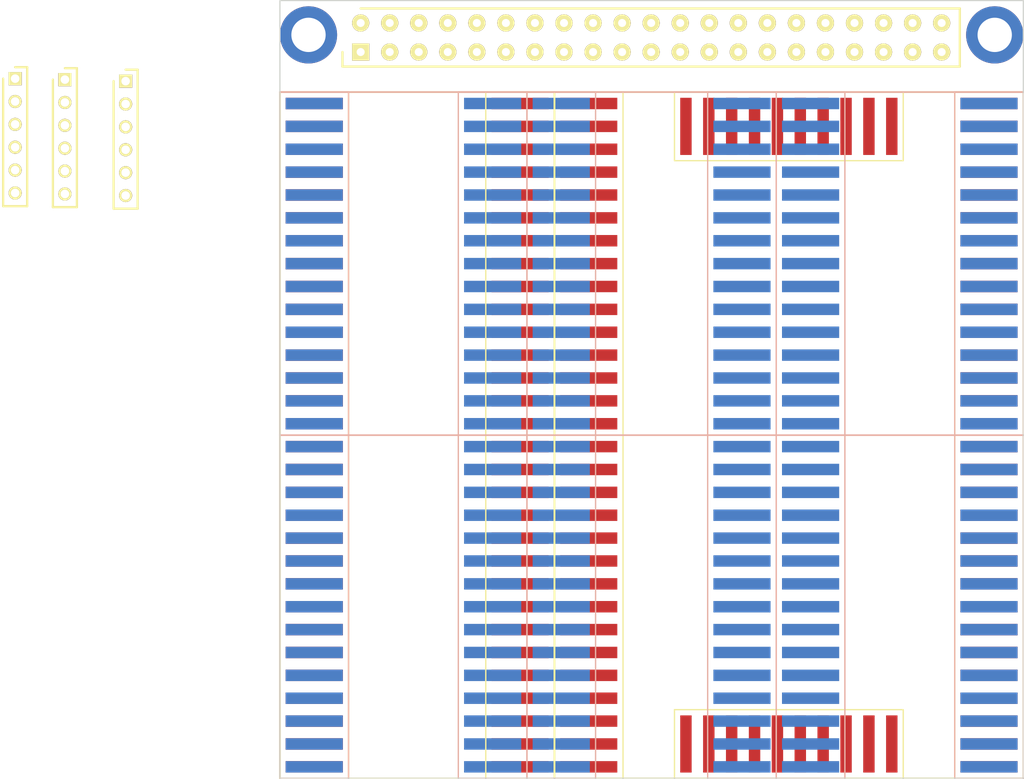
<source format=kicad_pcb>
(kicad_pcb (version 20211014) (generator pcbnew)
  (layers (0 "F.Cu" power) (1 "In1.Cu" signal) (2 "In2.Cu" signal) (31 "B.Cu" signal) (34 "B.Paste" user) (35 "F.Paste" user) (36 "B.SilkS" user "B.Silkscreen") (37 "F.SilkS" user "F.Silkscreen") (38 "B.Mask" user) (39 "F.Mask" user) (44 "Edge.Cuts" user))
  (net 0 "")
  (footprint "USIB2:MB_30P_2mm" (layer "F.Cu") (at 121 138 -90)
    (fp_text reference "J13" hide)
    (fp_text value "MB_30P_2mm" hide)
    (fp_rect (start -30 -3) (end 30 3) (layer "F.SilkS") (width 0.12) (fill none))
    (pad "1" smd rect locked (at -29 0 270) (size 1 5) (layers "F.Cu" "F.Paste" "F.Mask"))
    (pad "2" smd rect locked (at -27 0 270) (size 1 5) (layers "F.Cu" "F.Paste" "F.Mask"))
    (pad "3" smd rect locked (at -25 0 270) (size 1 5) (layers "F.Cu" "F.Paste" "F.Mask"))
    (pad "4" smd rect locked (at -23 0 270) (size 1 5) (layers "F.Cu" "F.Paste" "F.Mask"))
    (pad "5" smd rect locked (at -21 0 270) (size 1 5) (layers "F.Cu" "F.Paste" "F.Mask"))
    (pad "6" smd rect locked (at -19 0 270) (size 1 5) (layers "F.Cu" "F.Paste" "F.Mask"))
    (pad "7" smd rect locked (at -17 0 270) (size 1 5) (layers "F.Cu" "F.Paste" "F.Mask"))
    (pad "8" smd rect locked (at -15 0 270) (size 1 5) (layers "F.Cu" "F.Paste" "F.Mask"))
    (pad "9" smd rect locked (at -13 0 270) (size 1 5) (layers "F.Cu" "F.Paste" "F.Mask"))
    (pad "10" smd rect locked (at -11 0 270) (size 1 5) (layers "F.Cu" "F.Paste" "F.Mask"))
    (pad "11" smd rect locked (at -9 0 270) (size 1 5) (layers "F.Cu" "F.Paste" "F.Mask"))
    (pad "12" smd rect locked (at -7 0 270) (size 1 5) (layers "F.Cu" "F.Paste" "F.Mask"))
    (pad "13" smd rect locked (at -5 0 270) (size 1 5) (layers "F.Cu" "F.Paste" "F.Mask"))
    (pad "14" smd rect locked (at -3 0 270) (size 1 5) (layers "F.Cu" "F.Paste" "F.Mask"))
    (pad "15" smd rect locked (at -1 0 270) (size 1 5) (layers "F.Cu" "F.Paste" "F.Mask"))
    (pad "16" smd rect locked (at 1 0 270) (size 1 5) (layers "F.Cu" "F.Paste" "F.Mask"))
    (pad "17" smd rect locked (at 3 0 270) (size 1 5) (layers "F.Cu" "F.Paste" "F.Mask"))
    (pad "18" smd rect locked (at 5 0 270) (size 1 5) (layers "F.Cu" "F.Paste" "F.Mask"))
    (pad "19" smd rect locked (at 7 0 270) (size 1 5) (layers "F.Cu" "F.Paste" "F.Mask"))
    (pad "20" smd rect locked (at 9 0 270) (size 1 5) (layers "F.Cu" "F.Paste" "F.Mask"))
    (pad "21" smd rect locked (at 11 0 270) (size 1 5) (layers "F.Cu" "F.Paste" "F.Mask"))
    (pad "22" smd rect locked (at 13 0 270) (size 1 5) (layers "F.Cu" "F.Paste" "F.Mask"))
    (pad "23" smd rect locked (at 15 0 270) (size 1 5) (layers "F.Cu" "F.Paste" "F.Mask"))
    (pad "24" smd rect locked (at 17 0 270) (size 1 5) (layers "F.Cu" "F.Paste" "F.Mask"))
    (pad "25" smd rect locked (at 19 0 270) (size 1 5) (layers "F.Cu" "F.Paste" "F.Mask"))
    (pad "26" smd rect locked (at 21 0 270) (size 1 5) (layers "F.Cu" "F.Paste" "F.Mask"))
    (pad "27" smd rect locked (at 23 0 270) (size 1 5) (layers "F.Cu" "F.Paste" "F.Mask"))
    (pad "28" smd rect locked (at 25 0 270) (size 1 5) (layers "F.Cu" "F.Paste" "F.Mask"))
    (pad "29" smd rect locked (at 27 0 270) (size 1 5) (layers "F.Cu" "F.Paste" "F.Mask"))
    (pad "30" smd rect locked (at 29 0 270) (size 1 5) (layers "F.Cu" "F.Paste" "F.Mask"))
  )
  (footprint "USIB2:HDRV42W38P254_2X21_5347X508X1067P" (layer "F.Cu") (at 107.06 104.5)
    (fp_text reference "J2" hide)
    (fp_text value "70280-0769" hide)
    (fp_line (start 52.39 1.27) (end 52.39 -3.81) (layer "F.SilkS") (width 0.2))
    (fp_line (start 52.39 -3.81) (end 0 -3.81) (layer "F.SilkS") (width 0.2))
    (fp_line (start -1.59 0) (end -1.59 1.27) (layer "F.SilkS") (width 0.2))
    (fp_line (start -1.59 1.27) (end 52.39 1.27) (layer "F.SilkS") (width 0.2))
    (pad "1" thru_hole rect (at 0 0 90) (size 1.5 1.5) (drill 0.7) (layers *.Cu *.Mask "F.SilkS"))
    (pad "2" thru_hole circle (at 0 -2.54 90) (size 1.5 1.5) (drill 0.7) (layers *.Cu *.Mask "F.SilkS"))
    (pad "3" thru_hole circle (at 2.54 0 90) (size 1.5 1.5) (drill 0.7) (layers *.Cu *.Mask "F.SilkS"))
    (pad "4" thru_hole circle (at 2.54 -2.54 90) (size 1.5 1.5) (drill 0.7) (layers *.Cu *.Mask "F.SilkS"))
    (pad "5" thru_hole circle (at 5.08 0 90) (size 1.5 1.5) (drill 0.7) (layers *.Cu *.Mask "F.SilkS"))
    (pad "6" thru_hole circle (at 5.08 -2.54 90) (size 1.5 1.5) (drill 0.7) (layers *.Cu *.Mask "F.SilkS"))
    (pad "7" thru_hole circle (at 7.62 0 90) (size 1.5 1.5) (drill 0.7) (layers *.Cu *.Mask "F.SilkS"))
    (pad "8" thru_hole circle (at 7.62 -2.54 90) (size 1.5 1.5) (drill 0.7) (layers *.Cu *.Mask "F.SilkS"))
    (pad "9" thru_hole circle (at 10.16 0 90) (size 1.5 1.5) (drill 0.7) (layers *.Cu *.Mask "F.SilkS"))
    (pad "10" thru_hole circle (at 10.16 -2.54 90) (size 1.5 1.5) (drill 0.7) (layers *.Cu *.Mask "F.SilkS"))
    (pad "11" thru_hole circle (at 12.7 0 90) (size 1.5 1.5) (drill 0.7) (layers *.Cu *.Mask "F.SilkS"))
    (pad "12" thru_hole circle (at 12.7 -2.54 90) (size 1.5 1.5) (drill 0.7) (layers *.Cu *.Mask "F.SilkS"))
    (pad "13" thru_hole circle (at 15.24 0 90) (size 1.5 1.5) (drill 0.7) (layers *.Cu *.Mask "F.SilkS"))
    (pad "14" thru_hole circle (at 15.24 -2.54 90) (size 1.5 1.5) (drill 0.7) (layers *.Cu *.Mask "F.SilkS"))
    (pad "15" thru_hole circle (at 17.78 0 90) (size 1.5 1.5) (drill 0.7) (layers *.Cu *.Mask "F.SilkS"))
    (pad "16" thru_hole circle (at 17.78 -2.54 90) (size 1.5 1.5) (drill 0.7) (layers *.Cu *.Mask "F.SilkS"))
    (pad "17" thru_hole circle (at 20.32 0 90) (size 1.5 1.5) (drill 0.7) (layers *.Cu *.Mask "F.SilkS"))
    (pad "18" thru_hole circle (at 20.32 -2.54 90) (size 1.5 1.5) (drill 0.7) (layers *.Cu *.Mask "F.SilkS"))
    (pad "19" thru_hole circle (at 22.86 0 90) (size 1.5 1.5) (drill 0.7) (layers *.Cu *.Mask "F.SilkS"))
    (pad "20" thru_hole circle (at 22.86 -2.54 90) (size 1.5 1.5) (drill 0.7) (layers *.Cu *.Mask "F.SilkS"))
    (pad "21" thru_hole circle (at 25.4 0 90) (size 1.5 1.5) (drill 0.7) (layers *.Cu *.Mask "F.SilkS"))
    (pad "22" thru_hole circle (at 25.4 -2.54 90) (size 1.5 1.5) (drill 0.7) (layers *.Cu *.Mask "F.SilkS"))
    (pad "23" thru_hole circle (at 27.94 0 90) (size 1.5 1.5) (drill 0.7) (layers *.Cu *.Mask "F.SilkS"))
    (pad "24" thru_hole circle (at 27.94 -2.54 90) (size 1.5 1.5) (drill 0.7) (layers *.Cu *.Mask "F.SilkS"))
    (pad "25" thru_hole circle (at 30.48 0 90) (size 1.5 1.5) (drill 0.7) (layers *.Cu *.Mask "F.SilkS"))
    (pad "26" thru_hole circle (at 30.48 -2.54 90) (size 1.5 1.5) (drill 0.7) (layers *.Cu *.Mask "F.SilkS"))
    (pad "27" thru_hole circle (at 33.02 0 90) (size 1.5 1.5) (drill 0.7) (layers *.Cu *.Mask "F.SilkS"))
    (pad "28" thru_hole circle (at 33.02 -2.54 90) (size 1.5 1.5) (drill 0.7) (layers *.Cu *.Mask "F.SilkS"))
    (pad "29" thru_hole circle (at 35.56 0 90) (size 1.5 1.5) (drill 0.7) (layers *.Cu *.Mask "F.SilkS"))
    (pad "30" thru_hole circle (at 35.56 -2.54 90) (size 1.5 1.5) (drill 0.7) (layers *.Cu *.Mask "F.SilkS"))
    (pad "31" thru_hole circle (at 38.1 0 90) (size 1.5 1.5) (drill 0.7) (layers *.Cu *.Mask "F.SilkS"))
    (pad "32" thru_hole circle (at 38.1 -2.54 90) (size 1.5 1.5) (drill 0.7) (layers *.Cu *.Mask "F.SilkS"))
    (pad "33" thru_hole circle (at 40.64 0 90) (size 1.5 1.5) (drill 0.7) (layers *.Cu *.Mask "F.SilkS"))
    (pad "34" thru_hole circle (at 40.64 -2.54 90) (size 1.5 1.5) (drill 0.7) (layers *.Cu *.Mask "F.SilkS"))
    (pad "35" thru_hole circle (at 43.18 0 90) (size 1.5 1.5) (drill 0.7) (layers *.Cu *.Mask "F.SilkS"))
    (pad "36" thru_hole circle (at 43.18 -2.54 90) (size 1.5 1.5) (drill 0.7) (layers *.Cu *.Mask "F.SilkS"))
    (pad "37" thru_hole circle (at 45.72 0 90) (size 1.5 1.5) (drill 0.7) (layers *.Cu *.Mask "F.SilkS"))
    (pad "38" thru_hole circle (at 45.72 -2.54 90) (size 1.5 1.5) (drill 0.7) (layers *.Cu *.Mask "F.SilkS"))
    (pad "39" thru_hole circle (at 48.26 0 90) (size 1.5 1.5) (drill 0.7) (layers *.Cu *.Mask "F.SilkS"))
    (pad "40" thru_hole circle (at 48.26 -2.54 90) (size 1.5 1.5) (drill 0.7) (layers *.Cu *.Mask "F.SilkS"))
    (pad "41" thru_hole circle (at 50.8 0 90) (size 1.5 1.5) (drill 0.7) (layers *.Cu *.Mask "F.SilkS"))
    (pad "42" thru_hole circle (at 50.8 -2.54 90) (size 1.5 1.5) (drill 0.7) (layers *.Cu *.Mask "F.SilkS"))
  )
  (footprint "USIB2:MB_30P_2mm" (layer "F.Cu") (at 162 138 -90)
    (fp_text reference "J1" hide)
    (fp_text value "MB_30P_2mm" hide)
    (fp_rect (start -30 -3) (end 30 3) (layer "F.SilkS") (width 0.12) (fill none))
    (pad "1" smd rect locked (at -29 0 270) (size 1 5) (layers "F.Cu" "F.Paste" "F.Mask"))
    (pad "2" smd rect locked (at -27 0 270) (size 1 5) (layers "F.Cu" "F.Paste" "F.Mask"))
    (pad "3" smd rect locked (at -25 0 270) (size 1 5) (layers "F.Cu" "F.Paste" "F.Mask"))
    (pad "4" smd rect locked (at -23 0 270) (size 1 5) (layers "F.Cu" "F.Paste" "F.Mask"))
    (pad "5" smd rect locked (at -21 0 270) (size 1 5) (layers "F.Cu" "F.Paste" "F.Mask"))
    (pad "6" smd rect locked (at -19 0 270) (size 1 5) (layers "F.Cu" "F.Paste" "F.Mask"))
    (pad "7" smd rect locked (at -17 0 270) (size 1 5) (layers "F.Cu" "F.Paste" "F.Mask"))
    (pad "8" smd rect locked (at -15 0 270) (size 1 5) (layers "F.Cu" "F.Paste" "F.Mask"))
    (pad "9" smd rect locked (at -13 0 270) (size 1 5) (layers "F.Cu" "F.Paste" "F.Mask"))
    (pad "10" smd rect locked (at -11 0 270) (size 1 5) (layers "F.Cu" "F.Paste" "F.Mask"))
    (pad "11" smd rect locked (at -9 0 270) (size 1 5) (layers "F.Cu" "F.Paste" "F.Mask"))
    (pad "12" smd rect locked (at -7 0 270) (size 1 5) (layers "F.Cu" "F.Paste" "F.Mask"))
    (pad "13" smd rect locked (at -5 0 270) (size 1 5) (layers "F.Cu" "F.Paste" "F.Mask"))
    (pad "14" smd rect locked (at -3 0 270) (size 1 5) (layers "F.Cu" "F.Paste" "F.Mask"))
    (pad "15" smd rect locked (at -1 0 270) (size 1 5) (layers "F.Cu" "F.Paste" "F.Mask"))
    (pad "16" smd rect locked (at 1 0 270) (size 1 5) (layers "F.Cu" "F.Paste" "F.Mask"))
    (pad "17" smd rect locked (at 3 0 270) (size 1 5) (layers "F.Cu" "F.Paste" "F.Mask"))
    (pad "18" smd rect locked (at 5 0 270) (size 1 5) (layers "F.Cu" "F.Paste" "F.Mask"))
    (pad "19" smd rect locked (at 7 0 270) (size 1 5) (layers "F.Cu" "F.Paste" "F.Mask"))
    (pad "20" smd rect locked (at 9 0 270) (size 1 5) (layers "F.Cu" "F.Paste" "F.Mask"))
    (pad "21" smd rect locked (at 11 0 270) (size 1 5) (layers "F.Cu" "F.Paste" "F.Mask"))
    (pad "22" smd rect locked (at 13 0 270) (size 1 5) (layers "F.Cu" "F.Paste" "F.Mask"))
    (pad "23" smd rect locked (at 15 0 270) (size 1 5) (layers "F.Cu" "F.Paste" "F.Mask"))
    (pad "24" smd rect locked (at 17 0 270) (size 1 5) (layers "F.Cu" "F.Paste" "F.Mask"))
    (pad "25" smd rect locked (at 19 0 270) (size 1 5) (layers "F.Cu" "F.Paste" "F.Mask"))
    (pad "26" smd rect locked (at 21 0 270) (size 1 5) (layers "F.Cu" "F.Paste" "F.Mask"))
    (pad "27" smd rect locked (at 23 0 270) (size 1 5) (layers "F.Cu" "F.Paste" "F.Mask"))
    (pad "28" smd rect locked (at 25 0 270) (size 1 5) (layers "F.Cu" "F.Paste" "F.Mask"))
    (pad "29" smd rect locked (at 27 0 270) (size 1 5) (layers "F.Cu" "F.Paste" "F.Mask"))
    (pad "30" smd rect locked (at 29 0 270) (size 1 5) (layers "F.Cu" "F.Paste" "F.Mask"))
  )
  (footprint "USIB2:MB_10P_2mm" (layer "F.Cu") (at 144.5 165)
    (fp_text reference "J156" hide)
    (fp_text value "MB_10P_2mm" hide)
    (fp_rect (start -10 -3) (end 10 3) (layer "F.SilkS") (width 0.12) (fill none))
    (pad "1" smd rect (at -9 0) (size 1 5) (layers "F.Cu" "F.Paste" "F.Mask"))
    (pad "2" smd rect (at -7 0) (size 1 5) (layers "F.Cu" "F.Paste" "F.Mask"))
    (pad "3" smd rect (at -5 0) (size 1 5) (layers "F.Cu" "F.Paste" "F.Mask"))
    (pad "4" smd rect (at -3 0) (size 1 5) (layers "F.Cu" "F.Paste" "F.Mask"))
    (pad "5" smd rect (at -1 0) (size 1 5) (layers "F.Cu" "F.Paste" "F.Mask"))
    (pad "6" smd rect (at 1 0) (size 1 5) (layers "F.Cu" "F.Paste" "F.Mask"))
    (pad "7" smd rect (at 3 0) (size 1 5) (layers "F.Cu" "F.Paste" "F.Mask"))
    (pad "8" smd rect (at 5 0) (size 1 5) (layers "F.Cu" "F.Paste" "F.Mask"))
    (pad "9" smd rect (at 7 0) (size 1 5) (layers "F.Cu" "F.Paste" "F.Mask"))
    (pad "10" smd rect (at 9 0) (size 1 5) (layers "F.Cu" "F.Paste" "F.Mask"))
  )
  (footprint "SamacSys_Parts:RHDR6W40P0X200_1X6_1200X210X450P" (layer "F.Cu") (at 81.2 106.91 -90)
    (fp_text reference "J55" hide)
    (fp_text value "2314878-6" hide)
    (fp_line (start 11.15 -1.05) (end -1 -1.05) (layer "F.SilkS") (width 0.2))
    (fp_line (start 0 1.05) (end 11.15 1.05) (layer "F.SilkS") (width 0.2))
    (fp_line (start 11.15 1.05) (end 11.15 -1.05) (layer "F.SilkS") (width 0.2))
    (fp_line (start -1 -1.05) (end -1 0) (layer "F.SilkS") (width 0.2))
    (pad "1" thru_hole rect (at 0 0) (size 1.15 1.15) (drill 0.75) (layers *.Cu *.Mask "F.SilkS"))
    (pad "2" thru_hole circle (at 2 0) (size 1.15 1.15) (drill 0.75) (layers *.Cu *.Mask "F.SilkS"))
    (pad "3" thru_hole circle (at 4 0) (size 1.15 1.15) (drill 0.75) (layers *.Cu *.Mask "F.SilkS"))
    (pad "4" thru_hole circle (at 6 0) (size 1.15 1.15) (drill 0.75) (layers *.Cu *.Mask "F.SilkS"))
    (pad "5" thru_hole circle (at 8 0) (size 1.15 1.15) (drill 0.75) (layers *.Cu *.Mask "F.SilkS"))
    (pad "6" thru_hole circle (at 10 0) (size 1.15 1.15) (drill 0.75) (layers *.Cu *.Mask "F.SilkS"))
  )
  (footprint "SamacSys_Parts:RHDR6W40P0X200_1X6_1200X210X450P" (layer "F.Cu") (at 86.51 107.045 -90)
    (fp_text reference "J111" hide)
    (fp_text value "2314878-6" hide)
    (fp_line (start 11.15 1.05) (end 11.15 -1.05) (layer "F.SilkS") (width 0.2))
    (fp_line (start 0 1.05) (end 11.15 1.05) (layer "F.SilkS") (width 0.2))
    (fp_line (start 11.15 -1.05) (end -1 -1.05) (layer "F.SilkS") (width 0.2))
    (fp_line (start -1 -1.05) (end -1 0) (layer "F.SilkS") (width 0.2))
    (pad "1" thru_hole rect (at 0 0) (size 1.15 1.15) (drill 0.75) (layers *.Cu *.Mask "F.SilkS"))
    (pad "2" thru_hole circle (at 2 0) (size 1.15 1.15) (drill 0.75) (layers *.Cu *.Mask "F.SilkS"))
    (pad "3" thru_hole circle (at 4 0) (size 1.15 1.15) (drill 0.75) (layers *.Cu *.Mask "F.SilkS"))
    (pad "4" thru_hole circle (at 6 0) (size 1.15 1.15) (drill 0.75) (layers *.Cu *.Mask "F.SilkS"))
    (pad "5" thru_hole circle (at 8 0) (size 1.15 1.15) (drill 0.75) (layers *.Cu *.Mask "F.SilkS"))
    (pad "6" thru_hole circle (at 10 0) (size 1.15 1.15) (drill 0.75) (layers *.Cu *.Mask "F.SilkS"))
  )
  (footprint "USIB2:MB_30P_2mm" (layer "F.Cu") (at 103 138 -90)
    (fp_text reference "J12" hide)
    (fp_text value "MB_30P_2mm" hide)
    (fp_rect (start -30 -3) (end 30 3) (layer "F.SilkS") (width 0.12) (fill none))
    (pad "1" smd rect locked (at -29 0 270) (size 1 5) (layers "F.Cu" "F.Paste" "F.Mask"))
    (pad "2" smd rect locked (at -27 0 270) (size 1 5) (layers "F.Cu" "F.Paste" "F.Mask"))
    (pad "3" smd rect locked (at -25 0 270) (size 1 5) (layers "F.Cu" "F.Paste" "F.Mask"))
    (pad "4" smd rect locked (at -23 0 270) (size 1 5) (layers "F.Cu" "F.Paste" "F.Mask"))
    (pad "5" smd rect locked (at -21 0 270) (size 1 5) (layers "F.Cu" "F.Paste" "F.Mask"))
    (pad "6" smd rect locked (at -19 0 270) (size 1 5) (layers "F.Cu" "F.Paste" "F.Mask"))
    (pad "7" smd rect locked (at -17 0 270) (size 1 5) (layers "F.Cu" "F.Paste" "F.Mask"))
    (pad "8" smd rect locked (at -15 0 270) (size 1 5) (layers "F.Cu" "F.Paste" "F.Mask"))
    (pad "9" smd rect locked (at -13 0 270) (size 1 5) (layers "F.Cu" "F.Paste" "F.Mask"))
    (pad "10" smd rect locked (at -11 0 270) (size 1 5) (layers "F.Cu" "F.Paste" "F.Mask"))
    (pad "11" smd rect locked (at -9 0 270) (size 1 5) (layers "F.Cu" "F.Paste" "F.Mask"))
    (pad "12" smd rect locked (at -7 0 270) (size 1 5) (layers "F.Cu" "F.Paste" "F.Mask"))
    (pad "13" smd rect locked (at -5 0 270) (size 1 5) (layers "F.Cu" "F.Paste" "F.Mask"))
    (pad "14" smd rect locked (at -3 0 270) (size 1 5) (layers "F.Cu" "F.Paste" "F.Mask"))
    (pad "15" smd rect locked (at -1 0 270) (size 1 5) (layers "F.Cu" "F.Paste" "F.Mask"))
    (pad "16" smd rect locked (at 1 0 270) (size 1 5) (layers "F.Cu" "F.Paste" "F.Mask"))
    (pad "17" smd rect locked (at 3 0 270) (size 1 5) (layers "F.Cu" "F.Paste" "F.Mask"))
    (pad "18" smd rect locked (at 5 0 270) (size 1 5) (layers "F.Cu" "F.Paste" "F.Mask"))
    (pad "19" smd rect locked (at 7 0 270) (size 1 5) (layers "F.Cu" "F.Paste" "F.Mask"))
    (pad "20" smd rect locked (at 9 0 270) (size 1 5) (layers "F.Cu" "F.Paste" "F.Mask"))
    (pad "21" smd rect locked (at 11 0 270) (size 1 5) (layers "F.Cu" "F.Paste" "F.Mask"))
    (pad "22" smd rect locked (at 13 0 270) (size 1 5) (layers "F.Cu" "F.Paste" "F.Mask"))
    (pad "23" smd rect locked (at 15 0 270) (size 1 5) (layers "F.Cu" "F.Paste" "F.Mask"))
    (pad "24" smd rect locked (at 17 0 270) (size 1 5) (layers "F.Cu" "F.Paste" "F.Mask"))
    (pad "25" smd rect locked (at 19 0 270) (size 1 5) (layers "F.Cu" "F.Paste" "F.Mask"))
    (pad "26" smd rect locked (at 21 0 270) (size 1 5) (layers "F.Cu" "F.Paste" "F.Mask"))
    (pad "27" smd rect locked (at 23 0 270) (size 1 5) (layers "F.Cu" "F.Paste" "F.Mask"))
    (pad "28" smd rect locked (at 25 0 270) (size 1 5) (layers "F.Cu" "F.Paste" "F.Mask"))
    (pad "29" smd rect locked (at 27 0 270) (size 1 5) (layers "F.Cu" "F.Paste" "F.Mask"))
    (pad "30" smd rect locked (at 29 0 270) (size 1 5) (layers "F.Cu" "F.Paste" "F.Mask"))
  )
  (footprint "USIB2:MB_30P_2mm" (layer "F.Cu") (at 127 138 -90)
    (fp_text reference "J11" hide)
    (fp_text value "MB_30P_2mm" hide)
    (fp_rect (start -30 -3) (end 30 3) (layer "F.SilkS") (width 0.12) (fill none))
    (pad "1" smd rect locked (at -29 0 270) (size 1 5) (layers "F.Cu" "F.Paste" "F.Mask"))
    (pad "2" smd rect locked (at -27 0 270) (size 1 5) (layers "F.Cu" "F.Paste" "F.Mask"))
    (pad "3" smd rect locked (at -25 0 270) (size 1 5) (layers "F.Cu" "F.Paste" "F.Mask"))
    (pad "4" smd rect locked (at -23 0 270) (size 1 5) (layers "F.Cu" "F.Paste" "F.Mask"))
    (pad "5" smd rect locked (at -21 0 270) (size 1 5) (layers "F.Cu" "F.Paste" "F.Mask"))
    (pad "6" smd rect locked (at -19 0 270) (size 1 5) (layers "F.Cu" "F.Paste" "F.Mask"))
    (pad "7" smd rect locked (at -17 0 270) (size 1 5) (layers "F.Cu" "F.Paste" "F.Mask"))
    (pad "8" smd rect locked (at -15 0 270) (size 1 5) (layers "F.Cu" "F.Paste" "F.Mask"))
    (pad "9" smd rect locked (at -13 0 270) (size 1 5) (layers "F.Cu" "F.Paste" "F.Mask"))
    (pad "10" smd rect locked (at -11 0 270) (size 1 5) (layers "F.Cu" "F.Paste" "F.Mask"))
    (pad "11" smd rect locked (at -9 0 270) (size 1 5) (layers "F.Cu" "F.Paste" "F.Mask"))
    (pad "12" smd rect locked (at -7 0 270) (size 1 5) (layers "F.Cu" "F.Paste" "F.Mask"))
    (pad "13" smd rect locked (at -5 0 270) (size 1 5) (layers "F.Cu" "F.Paste" "F.Mask"))
    (pad "14" smd rect locked (at -3 0 270) (size 1 5) (layers "F.Cu" "F.Paste" "F.Mask"))
    (pad "15" smd rect locked (at -1 0 270) (size 1 5) (layers "F.Cu" "F.Paste" "F.Mask"))
    (pad "16" smd rect locked (at 1 0 270) (size 1 5) (layers "F.Cu" "F.Paste" "F.Mask"))
    (pad "17" smd rect locked (at 3 0 270) (size 1 5) (layers "F.Cu" "F.Paste" "F.Mask"))
    (pad "18" smd rect locked (at 5 0 270) (size 1 5) (layers "F.Cu" "F.Paste" "F.Mask"))
    (pad "19" smd rect locked (at 7 0 270) (size 1 5) (layers "F.Cu" "F.Paste" "F.Mask"))
    (pad "20" smd rect locked (at 9 0 270) (size 1 5) (layers "F.Cu" "F.Paste" "F.Mask"))
    (pad "21" smd rect locked (at 11 0 270) (size 1 5) (layers "F.Cu" "F.Paste" "F.Mask"))
    (pad "22" smd rect locked (at 13 0 270) (size 1 5) (layers "F.Cu" "F.Paste" "F.Mask"))
    (pad "23" smd rect locked (at 15 0 270) (size 1 5) (layers "F.Cu" "F.Paste" "F.Mask"))
    (pad "24" smd rect locked (at 17 0 270) (size 1 5) (layers "F.Cu" "F.Paste" "F.Mask"))
    (pad "25" smd rect locked (at 19 0 270) (size 1 5) (layers "F.Cu" "F.Paste" "F.Mask"))
    (pad "26" smd rect locked (at 21 0 270) (size 1 5) (layers "F.Cu" "F.Paste" "F.Mask"))
    (pad "27" smd rect locked (at 23 0 270) (size 1 5) (layers "F.Cu" "F.Paste" "F.Mask"))
    (pad "28" smd rect locked (at 25 0 270) (size 1 5) (layers "F.Cu" "F.Paste" "F.Mask"))
    (pad "29" smd rect locked (at 27 0 270) (size 1 5) (layers "F.Cu" "F.Paste" "F.Mask"))
    (pad "30" smd rect locked (at 29 0 270) (size 1 5) (layers "F.Cu" "F.Paste" "F.Mask"))
  )
  (footprint "SamacSys_Parts:RHDR6W40P0X200_1X6_1200X210X450P" (layer "F.Cu") (at 76.85 106.825 -90)
    (fp_text reference "J10" hide)
    (fp_text value "2314878-6" hide)
    (fp_line (start 11.15 1.05) (end 11.15 -1.05) (layer "F.SilkS") (width 0.2))
    (fp_line (start -1 -1.05) (end -1 0) (layer "F.SilkS") (width 0.2))
    (fp_line (start 0 1.05) (end 11.15 1.05) (layer "F.SilkS") (width 0.2))
    (fp_line (start 11.15 -1.05) (end -1 -1.05) (layer "F.SilkS") (width 0.2))
    (pad "1" thru_hole rect (at 0 0) (size 1.15 1.15) (drill 0.75) (layers *.Cu *.Mask "F.SilkS"))
    (pad "2" thru_hole circle (at 2 0) (size 1.15 1.15) (drill 0.75) (layers *.Cu *.Mask "F.SilkS"))
    (pad "3" thru_hole circle (at 4 0) (size 1.15 1.15) (drill 0.75) (layers *.Cu *.Mask "F.SilkS"))
    (pad "4" thru_hole circle (at 6 0) (size 1.15 1.15) (drill 0.75) (layers *.Cu *.Mask "F.SilkS"))
    (pad "5" thru_hole circle (at 8 0) (size 1.15 1.15) (drill 0.75) (layers *.Cu *.Mask "F.SilkS"))
    (pad "6" thru_hole circle (at 10 0) (size 1.15 1.15) (drill 0.75) (layers *.Cu *.Mask "F.SilkS"))
  )
  (footprint "USIB2:MB_10P_2mm" (layer "F.Cu") (at 144.5 111)
    (fp_text reference "J155" hide)
    (fp_text value "MB_10P_2mm" hide)
    (fp_rect (start -10 -3) (end 10 3) (layer "F.SilkS") (width 0.12) (fill none))
    (pad "1" smd rect (at -9 0) (size 1 5) (layers "F.Cu" "F.Paste" "F.Mask"))
    (pad "2" smd rect (at -7 0) (size 1 5) (layers "F.Cu" "F.Paste" "F.Mask"))
    (pad "3" smd rect (at -5 0) (size 1 5) (layers "F.Cu" "F.Paste" "F.Mask"))
    (pad "4" smd rect (at -3 0) (size 1 5) (layers "F.Cu" "F.Paste" "F.Mask"))
    (pad "5" smd rect (at -1 0) (size 1 5) (layers "F.Cu" "F.Paste" "F.Mask"))
    (pad "6" smd rect (at 1 0) (size 1 5) (layers "F.Cu" "F.Paste" "F.Mask"))
    (pad "7" smd rect (at 3 0) (size 1 5) (layers "F.Cu" "F.Paste" "F.Mask"))
    (pad "8" smd rect (at 5 0) (size 1 5) (layers "F.Cu" "F.Paste" "F.Mask"))
    (pad "9" smd rect (at 7 0) (size 1 5) (layers "F.Cu" "F.Paste" "F.Mask"))
    (pad "10" smd rect (at 9 0) (size 1 5) (layers "F.Cu" "F.Paste" "F.Mask"))
  )
  (footprint "USIB2:MB_30P_2mm" (layer "B.Cu") (at 146.4 138 90)
    (fp_text reference "J34" hide)
    (fp_text value "MB_30P_2mm" hide)
    (fp_rect (start -30 3) (end 30 -3) (layer "B.SilkS") (width 0.12) (fill none))
    (pad "1" smd rect locked (at -29 0 90) (size 1 5) (layers "B.Cu" "B.Paste" "B.Mask"))
    (pad "2" smd rect locked (at -27 0 90) (size 1 5) (layers "B.Cu" "B.Paste" "B.Mask"))
    (pad "3" smd rect locked (at -25 0 90) (size 1 5) (layers "B.Cu" "B.Paste" "B.Mask"))
    (pad "4" smd rect locked (at -23 0 90) (size 1 5) (layers "B.Cu" "B.Paste" "B.Mask"))
    (pad "5" smd rect locked (at -21 0 90) (size 1 5) (layers "B.Cu" "B.Paste" "B.Mask"))
    (pad "6" smd rect locked (at -19 0 90) (size 1 5) (layers "B.Cu" "B.Paste" "B.Mask"))
    (pad "7" smd rect locked (at -17 0 90) (size 1 5) (layers "B.Cu" "B.Paste" "B.Mask"))
    (pad "8" smd rect locked (at -15 0 90) (size 1 5) (layers "B.Cu" "B.Paste" "B.Mask"))
    (pad "9" smd rect locked (at -13 0 90) (size 1 5) (layers "B.Cu" "B.Paste" "B.Mask"))
    (pad "10" smd rect locked (at -11 0 90) (size 1 5) (layers "B.Cu" "B.Paste" "B.Mask"))
    (pad "11" smd rect locked (at -9 0 90) (size 1 5) (layers "B.Cu" "B.Paste" "B.Mask"))
    (pad "12" smd rect locked (at -7 0 90) (size 1 5) (layers "B.Cu" "B.Paste" "B.Mask"))
    (pad "13" smd rect locked (at -5 0 90) (size 1 5) (layers "B.Cu" "B.Paste" "B.Mask"))
    (pad "14" smd rect locked (at -3 0 90) (size 1 5) (layers "B.Cu" "B.Paste" "B.Mask"))
    (pad "15" smd rect locked (at -1 0 90) (size 1 5) (layers "B.Cu" "B.Paste" "B.Mask"))
    (pad "16" smd rect locked (at 1 0 90) (size 1 5) (layers "B.Cu" "B.Paste" "B.Mask"))
    (pad "17" smd rect locked (at 3 0 90) (size 1 5) (layers "B.Cu" "B.Paste" "B.Mask"))
    (pad "18" smd rect locked (at 5 0 90) (size 1 5) (layers "B.Cu" "B.Paste" "B.Mask"))
    (pad "19" smd rect locked (at 7 0 90) (size 1 5) (layers "B.Cu" "B.Paste" "B.Mask"))
    (pad "20" smd rect locked (at 9 0 90) (size 1 5) (layers "B.Cu" "B.Paste" "B.Mask"))
    (pad "21" smd rect locked (at 11 0 90) (size 1 5) (layers "B.Cu" "B.Paste" "B.Mask"))
    (pad "22" smd rect locked (at 13 0 90) (size 1 5) (layers "B.Cu" "B.Paste" "B.Mask"))
    (pad "23" smd rect locked (at 15 0 90) (size 1 5) (layers "B.Cu" "B.Paste" "B.Mask"))
    (pad "24" smd rect locked (at 17 0 90) (size 1 5) (layers "B.Cu" "B.Paste" "B.Mask"))
    (pad "25" smd rect locked (at 19 0 90) (size 1 5) (layers "B.Cu" "B.Paste" "B.Mask"))
    (pad "26" smd rect locked (at 21 0 90) (size 1 5) (layers "B.Cu" "B.Paste" "B.Mask"))
    (pad "27" smd rect locked (at 23 0 90) (size 1 5) (layers "B.Cu" "B.Paste" "B.Mask"))
    (pad "28" smd rect locked (at 25 0 90) (size 1 5) (layers "B.Cu" "B.Paste" "B.Mask"))
    (pad "29" smd rect locked (at 27 0 90) (size 1 5) (layers "B.Cu" "B.Paste" "B.Mask"))
    (pad "30" smd rect locked (at 29 0 90) (size 1 5) (layers "B.Cu" "B.Paste" "B.Mask"))
  )
  (footprint "USIB2:MB_30P_2mm" (layer "B.Cu") (at 162 138 90)
    (fp_text reference "J33" hide)
    (fp_text value "MB_30P_2mm" hide)
    (fp_rect (start -30 3) (end 30 -3) (layer "B.SilkS") (width 0.12) (fill none))
    (pad "1" smd rect locked (at -29 0 90) (size 1 5) (layers "B.Cu" "B.Paste" "B.Mask"))
    (pad "2" smd rect locked (at -27 0 90) (size 1 5) (layers "B.Cu" "B.Paste" "B.Mask"))
    (pad "3" smd rect locked (at -25 0 90) (size 1 5) (layers "B.Cu" "B.Paste" "B.Mask"))
    (pad "4" smd rect locked (at -23 0 90) (size 1 5) (layers "B.Cu" "B.Paste" "B.Mask"))
    (pad "5" smd rect locked (at -21 0 90) (size 1 5) (layers "B.Cu" "B.Paste" "B.Mask"))
    (pad "6" smd rect locked (at -19 0 90) (size 1 5) (layers "B.Cu" "B.Paste" "B.Mask"))
    (pad "7" smd rect locked (at -17 0 90) (size 1 5) (layers "B.Cu" "B.Paste" "B.Mask"))
    (pad "8" smd rect locked (at -15 0 90) (size 1 5) (layers "B.Cu" "B.Paste" "B.Mask"))
    (pad "9" smd rect locked (at -13 0 90) (size 1 5) (layers "B.Cu" "B.Paste" "B.Mask"))
    (pad "10" smd rect locked (at -11 0 90) (size 1 5) (layers "B.Cu" "B.Paste" "B.Mask"))
    (pad "11" smd rect locked (at -9 0 90) (size 1 5) (layers "B.Cu" "B.Paste" "B.Mask"))
    (pad "12" smd rect locked (at -7 0 90) (size 1 5) (layers "B.Cu" "B.Paste" "B.Mask"))
    (pad "13" smd rect locked (at -5 0 90) (size 1 5) (layers "B.Cu" "B.Paste" "B.Mask"))
    (pad "14" smd rect locked (at -3 0 90) (size 1 5) (layers "B.Cu" "B.Paste" "B.Mask"))
    (pad "15" smd rect locked (at -1 0 90) (size 1 5) (layers "B.Cu" "B.Paste" "B.Mask"))
    (pad "16" smd rect locked (at 1 0 90) (size 1 5) (layers "B.Cu" "B.Paste" "B.Mask"))
    (pad "17" smd rect locked (at 3 0 90) (size 1 5) (layers "B.Cu" "B.Paste" "B.Mask"))
    (pad "18" smd rect locked (at 5 0 90) (size 1 5) (layers "B.Cu" "B.Paste" "B.Mask"))
    (pad "19" smd rect locked (at 7 0 90) (size 1 5) (layers "B.Cu" "B.Paste" "B.Mask"))
    (pad "20" smd rect locked (at 9 0 90) (size 1 5) (layers "B.Cu" "B.Paste" "B.Mask"))
    (pad "21" smd rect locked (at 11 0 90) (size 1 5) (layers "B.Cu" "B.Paste" "B.Mask"))
    (pad "22" smd rect locked (at 13 0 90) (size 1 5) (layers "B.Cu" "B.Paste" "B.Mask"))
    (pad "23" smd rect locked (at 15 0 90) (size 1 5) (layers "B.Cu" "B.Paste" "B.Mask"))
    (pad "24" smd rect locked (at 17 0 90) (size 1 5) (layers "B.Cu" "B.Paste" "B.Mask"))
    (pad "25" smd rect locked (at 19 0 90) (size 1 5) (layers "B.Cu" "B.Paste" "B.Mask"))
    (pad "26" smd rect locked (at 21 0 90) (size 1 5) (layers "B.Cu" "B.Paste" "B.Mask"))
    (pad "27" smd rect locked (at 23 0 90) (size 1 5) (layers "B.Cu" "B.Paste" "B.Mask"))
    (pad "28" smd rect locked (at 25 0 90) (size 1 5) (layers "B.Cu" "B.Paste" "B.Mask"))
    (pad "29" smd rect locked (at 27 0 90) (size 1 5) (layers "B.Cu" "B.Paste" "B.Mask"))
    (pad "30" smd rect locked (at 29 0 90) (size 1 5) (layers "B.Cu" "B.Paste" "B.Mask"))
  )
  (footprint "USIB2:MB_30P_2mm" (layer "B.Cu") (at 124.6 138 90)
    (fp_text reference "J35" hide)
    (fp_text value "MB_30P_2mm" hide)
    (fp_rect (start -30 3) (end 30 -3) (layer "B.SilkS") (width 0.12) (fill none))
    (pad "1" smd rect locked (at -29 0 90) (size 1 5) (layers "B.Cu" "B.Paste" "B.Mask"))
    (pad "2" smd rect locked (at -27 0 90) (size 1 5) (layers "B.Cu" "B.Paste" "B.Mask"))
    (pad "3" smd rect locked (at -25 0 90) (size 1 5) (layers "B.Cu" "B.Paste" "B.Mask"))
    (pad "4" smd rect locked (at -23 0 90) (size 1 5) (layers "B.Cu" "B.Paste" "B.Mask"))
    (pad "5" smd rect locked (at -21 0 90) (size 1 5) (layers "B.Cu" "B.Paste" "B.Mask"))
    (pad "6" smd rect locked (at -19 0 90) (size 1 5) (layers "B.Cu" "B.Paste" "B.Mask"))
    (pad "7" smd rect locked (at -17 0 90) (size 1 5) (layers "B.Cu" "B.Paste" "B.Mask"))
    (pad "8" smd rect locked (at -15 0 90) (size 1 5) (layers "B.Cu" "B.Paste" "B.Mask"))
    (pad "9" smd rect locked (at -13 0 90) (size 1 5) (layers "B.Cu" "B.Paste" "B.Mask"))
    (pad "10" smd rect locked (at -11 0 90) (size 1 5) (layers "B.Cu" "B.Paste" "B.Mask"))
    (pad "11" smd rect locked (at -9 0 90) (size 1 5) (layers "B.Cu" "B.Paste" "B.Mask"))
    (pad "12" smd rect locked (at -7 0 90) (size 1 5) (layers "B.Cu" "B.Paste" "B.Mask"))
    (pad "13" smd rect locked (at -5 0 90) (size 1 5) (layers "B.Cu" "B.Paste" "B.Mask"))
    (pad "14" smd rect locked (at -3 0 90) (size 1 5) (layers "B.Cu" "B.Paste" "B.Mask"))
    (pad "15" smd rect locked (at -1 0 90) (size 1 5) (layers "B.Cu" "B.Paste" "B.Mask"))
    (pad "16" smd rect locked (at 1 0 90) (size 1 5) (layers "B.Cu" "B.Paste" "B.Mask"))
    (pad "17" smd rect locked (at 3 0 90) (size 1 5) (layers "B.Cu" "B.Paste" "B.Mask"))
    (pad "18" smd rect locked (at 5 0 90) (size 1 5) (layers "B.Cu" "B.Paste" "B.Mask"))
    (pad "19" smd rect locked (at 7 0 90) (size 1 5) (layers "B.Cu" "B.Paste" "B.Mask"))
    (pad "20" smd rect locked (at 9 0 90) (size 1 5) (layers "B.Cu" "B.Paste" "B.Mask"))
    (pad "21" smd rect locked (at 11 0 90) (size 1 5) (layers "B.Cu" "B.Paste" "B.Mask"))
    (pad "22" smd rect locked (at 13 0 90) (size 1 5) (layers "B.Cu" "B.Paste" "B.Mask"))
    (pad "23" smd rect locked (at 15 0 90) (size 1 5) (layers "B.Cu" "B.Paste" "B.Mask"))
    (pad "24" smd rect locked (at 17 0 90) (size 1 5) (layers "B.Cu" "B.Paste" "B.Mask"))
    (pad "25" smd rect locked (at 19 0 90) (size 1 5) (layers "B.Cu" "B.Paste" "B.Mask"))
    (pad "26" smd rect locked (at 21 0 90) (size 1 5) (layers "B.Cu" "B.Paste" "B.Mask"))
    (pad "27" smd rect locked (at 23 0 90) (size 1 5) (layers "B.Cu" "B.Paste" "B.Mask"))
    (pad "28" smd rect locked (at 25 0 90) (size 1 5) (layers "B.Cu" "B.Paste" "B.Mask"))
    (pad "29" smd rect locked (at 27 0 90) (size 1 5) (layers "B.Cu" "B.Paste" "B.Mask"))
    (pad "30" smd rect locked (at 29 0 90) (size 1 5) (layers "B.Cu" "B.Paste" "B.Mask"))
  )
  (footprint "USIB2:MB_30P_2mm" (layer "B.Cu") (at 140.4 138 90)
    (fp_text reference "J36" hide)
    (fp_text value "MB_30P_2mm" hide)
    (fp_rect (start -30 3) (end 30 -3) (layer "B.SilkS") (width 0.12) (fill none))
    (pad "1" smd rect locked (at -29 0 90) (size 1 5) (layers "B.Cu" "B.Paste" "B.Mask"))
    (pad "2" smd rect locked (at -27 0 90) (size 1 5) (layers "B.Cu" "B.Paste" "B.Mask"))
    (pad "3" smd rect locked (at -25 0 90) (size 1 5) (layers "B.Cu" "B.Paste" "B.Mask"))
    (pad "4" smd rect locked (at -23 0 90) (size 1 5) (layers "B.Cu" "B.Paste" "B.Mask"))
    (pad "5" smd rect locked (at -21 0 90) (size 1 5) (layers "B.Cu" "B.Paste" "B.Mask"))
    (pad "6" smd rect locked (at -19 0 90) (size 1 5) (layers "B.Cu" "B.Paste" "B.Mask"))
    (pad "7" smd rect locked (at -17 0 90) (size 1 5) (layers "B.Cu" "B.Paste" "B.Mask"))
    (pad "8" smd rect locked (at -15 0 90) (size 1 5) (layers "B.Cu" "B.Paste" "B.Mask"))
    (pad "9" smd rect locked (at -13 0 90) (size 1 5) (layers "B.Cu" "B.Paste" "B.Mask"))
    (pad "10" smd rect locked (at -11 0 90) (size 1 5) (layers "B.Cu" "B.Paste" "B.Mask"))
    (pad "11" smd rect locked (at -9 0 90) (size 1 5) (layers "B.Cu" "B.Paste" "B.Mask"))
    (pad "12" smd rect locked (at -7 0 90) (size 1 5) (layers "B.Cu" "B.Paste" "B.Mask"))
    (pad "13" smd rect locked (at -5 0 90) (size 1 5) (layers "B.Cu" "B.Paste" "B.Mask"))
    (pad "14" smd rect locked (at -3 0 90) (size 1 5) (layers "B.Cu" "B.Paste" "B.Mask"))
    (pad "15" smd rect locked (at -1 0 90) (size 1 5) (layers "B.Cu" "B.Paste" "B.Mask"))
    (pad "16" smd rect locked (at 1 0 90) (size 1 5) (layers "B.Cu" "B.Paste" "B.Mask"))
    (pad "17" smd rect locked (at 3 0 90) (size 1 5) (layers "B.Cu" "B.Paste" "B.Mask"))
    (pad "18" smd rect locked (at 5 0 90) (size 1 5) (layers "B.Cu" "B.Paste" "B.Mask"))
    (pad "19" smd rect locked (at 7 0 90) (size 1 5) (layers "B.Cu" "B.Paste" "B.Mask"))
    (pad "20" smd rect locked (at 9 0 90) (size 1 5) (layers "B.Cu" "B.Paste" "B.Mask"))
    (pad "21" smd rect locked (at 11 0 90) (size 1 5) (layers "B.Cu" "B.Paste" "B.Mask"))
    (pad "22" smd rect locked (at 13 0 90) (size 1 5) (layers "B.Cu" "B.Paste" "B.Mask"))
    (pad "23" smd rect locked (at 15 0 90) (size 1 5) (layers "B.Cu" "B.Paste" "B.Mask"))
    (pad "24" smd rect locked (at 17 0 90) (size 1 5) (layers "B.Cu" "B.Paste" "B.Mask"))
    (pad "25" smd rect locked (at 19 0 90) (size 1 5) (layers "B.Cu" "B.Paste" "B.Mask"))
    (pad "26" smd rect locked (at 21 0 90) (size 1 5) (layers "B.Cu" "B.Paste" "B.Mask"))
    (pad "27" smd rect locked (at 23 0 90) (size 1 5) (layers "B.Cu" "B.Paste" "B.Mask"))
    (pad "28" smd rect locked (at 25 0 90) (size 1 5) (layers "B.Cu" "B.Paste" "B.Mask"))
    (pad "29" smd rect locked (at 27 0 90) (size 1 5) (layers "B.Cu" "B.Paste" "B.Mask"))
    (pad "30" smd rect locked (at 29 0 90) (size 1 5) (layers "B.Cu" "B.Paste" "B.Mask"))
  )
  (footprint "USIB2:MB_30P_2mm" (layer "B.Cu") (at 103 138 90)
    (fp_text reference "J31" hide)
    (fp_text value "MB_30P_2mm" hide)
    (fp_rect (start -30 3) (end 30 -3) (layer "B.SilkS") (width 0.12) (fill none))
    (pad "1" smd rect locked (at -29 0 90) (size 1 5) (layers "B.Cu" "B.Paste" "B.Mask"))
    (pad "2" smd rect locked (at -27 0 90) (size 1 5) (layers "B.Cu" "B.Paste" "B.Mask"))
    (pad "3" smd rect locked (at -25 0 90) (size 1 5) (layers "B.Cu" "B.Paste" "B.Mask"))
    (pad "4" smd rect locked (at -23 0 90) (size 1 5) (layers "B.Cu" "B.Paste" "B.Mask"))
    (pad "5" smd rect locked (at -21 0 90) (size 1 5) (layers "B.Cu" "B.Paste" "B.Mask"))
    (pad "6" smd rect locked (at -19 0 90) (size 1 5) (layers "B.Cu" "B.Paste" "B.Mask"))
    (pad "7" smd rect locked (at -17 0 90) (size 1 5) (layers "B.Cu" "B.Paste" "B.Mask"))
    (pad "8" smd rect locked (at -15 0 90) (size 1 5) (layers "B.Cu" "B.Paste" "B.Mask"))
    (pad "9" smd rect locked (at -13 0 90) (size 1 5) (layers "B.Cu" "B.Paste" "B.Mask"))
    (pad "10" smd rect locked (at -11 0 90) (size 1 5) (layers "B.Cu" "B.Paste" "B.Mask"))
    (pad "11" smd rect locked (at -9 0 90) (size 1 5) (layers "B.Cu" "B.Paste" "B.Mask"))
    (pad "12" smd rect locked (at -7 0 90) (size 1 5) (layers "B.Cu" "B.Paste" "B.Mask"))
    (pad "13" smd rect locked (at -5 0 90) (size 1 5) (layers "B.Cu" "B.Paste" "B.Mask"))
    (pad "14" smd rect locked (at -3 0 90) (size 1 5) (layers "B.Cu" "B.Paste" "B.Mask"))
    (pad "15" smd rect locked (at -1 0 90) (size 1 5) (layers "B.Cu" "B.Paste" "B.Mask"))
    (pad "16" smd rect locked (at 1 0 90) (size 1 5) (layers "B.Cu" "B.Paste" "B.Mask"))
    (pad "17" smd rect locked (at 3 0 90) (size 1 5) (layers "B.Cu" "B.Paste" "B.Mask"))
    (pad "18" smd rect locked (at 5 0 90) (size 1 5) (layers "B.Cu" "B.Paste" "B.Mask"))
    (pad "19" smd rect locked (at 7 0 90) (size 1 5) (layers "B.Cu" "B.Paste" "B.Mask"))
    (pad "20" smd rect locked (at 9 0 90) (size 1 5) (layers "B.Cu" "B.Paste" "B.Mask"))
    (pad "21" smd rect locked (at 11 0 90) (size 1 5) (layers "B.Cu" "B.Paste" "B.Mask"))
    (pad "22" smd rect locked (at 13 0 90) (size 1 5) (layers "B.Cu" "B.Paste" "B.Mask"))
    (pad "23" smd rect locked (at 15 0 90) (size 1 5) (layers "B.Cu" "B.Paste" "B.Mask"))
    (pad "24" smd rect locked (at 17 0 90) (size 1 5) (layers "B.Cu" "B.Paste" "B.Mask"))
    (pad "25" smd rect locked (at 19 0 90) (size 1 5) (layers "B.Cu" "B.Paste" "B.Mask"))
    (pad "26" smd rect locked (at 21 0 90) (size 1 5) (layers "B.Cu" "B.Paste" "B.Mask"))
    (pad "27" smd rect locked (at 23 0 90) (size 1 5) (layers "B.Cu" "B.Paste" "B.Mask"))
    (pad "28" smd rect locked (at 25 0 90) (size 1 5) (layers "B.Cu" "B.Paste" "B.Mask"))
    (pad "29" smd rect locked (at 27 0 90) (size 1 5) (layers "B.Cu" "B.Paste" "B.Mask"))
    (pad "30" smd rect locked (at 29 0 90) (size 1 5) (layers "B.Cu" "B.Paste" "B.Mask"))
  )
  (footprint "USIB2:MB_30P_2mm" (layer "B.Cu") (at 118.6 138 90)
    (fp_text reference "J32" hide)
    (fp_text value "MB_30P_2mm" hide)
    (fp_rect (start -30 3) (end 30 -3) (layer "B.SilkS") (width 0.12) (fill none))
    (pad "1" smd rect locked (at -29 0 90) (size 1 5) (layers "B.Cu" "B.Paste" "B.Mask"))
    (pad "2" smd rect locked (at -27 0 90) (size 1 5) (layers "B.Cu" "B.Paste" "B.Mask"))
    (pad "3" smd rect locked (at -25 0 90) (size 1 5) (layers "B.Cu" "B.Paste" "B.Mask"))
    (pad "4" smd rect locked (at -23 0 90) (size 1 5) (layers "B.Cu" "B.Paste" "B.Mask"))
    (pad "5" smd rect locked (at -21 0 90) (size 1 5) (layers "B.Cu" "B.Paste" "B.Mask"))
    (pad "6" smd rect locked (at -19 0 90) (size 1 5) (layers "B.Cu" "B.Paste" "B.Mask"))
    (pad "7" smd rect locked (at -17 0 90) (size 1 5) (layers "B.Cu" "B.Paste" "B.Mask"))
    (pad "8" smd rect locked (at -15 0 90) (size 1 5) (layers "B.Cu" "B.Paste" "B.Mask"))
    (pad "9" smd rect locked (at -13 0 90) (size 1 5) (layers "B.Cu" "B.Paste" "B.Mask"))
    (pad "10" smd rect locked (at -11 0 90) (size 1 5) (layers "B.Cu" "B.Paste" "B.Mask"))
    (pad "11" smd rect locked (at -9 0 90) (size 1 5) (layers "B.Cu" "B.Paste" "B.Mask"))
    (pad "12" smd rect locked (at -7 0 90) (size 1 5) (layers "B.Cu" "B.Paste" "B.Mask"))
    (pad "13" smd rect locked (at -5 0 90) (size 1 5) (layers "B.Cu" "B.Paste" "B.Mask"))
    (pad "14" smd rect locked (at -3 0 90) (size 1 5) (layers "B.Cu" "B.Paste" "B.Mask"))
    (pad "15" smd rect locked (at -1 0 90) (size 1 5) (layers "B.Cu" "B.Paste" "B.Mask"))
    (pad "16" smd rect locked (at 1 0 90) (size 1 5) (layers "B.Cu" "B.Paste" "B.Mask"))
    (pad "17" smd rect locked (at 3 0 90) (size 1 5) (layers "B.Cu" "B.Paste" "B.Mask"))
    (pad "18" smd rect locked (at 5 0 90) (size 1 5) (layers "B.Cu" "B.Paste" "B.Mask"))
    (pad "19" smd rect locked (at 7 0 90) (size 1 5) (layers "B.Cu" "B.Paste" "B.Mask"))
    (pad "20" smd rect locked (at 9 0 90) (size 1 5) (layers "B.Cu" "B.Paste" "B.Mask"))
    (pad "21" smd rect locked (at 11 0 90) (size 1 5) (layers "B.Cu" "B.Paste" "B.Mask"))
    (pad "22" smd rect locked (at 13 0 90) (size 1 5) (layers "B.Cu" "B.Paste" "B.Mask"))
    (pad "23" smd rect locked (at 15 0 90) (size 1 5) (layers "B.Cu" "B.Paste" "B.Mask"))
    (pad "24" smd rect locked (at 17 0 90) (size 1 5) (layers "B.Cu" "B.Paste" "B.Mask"))
    (pad "25" smd rect locked (at 19 0 90) (size 1 5) (layers "B.Cu" "B.Paste" "B.Mask"))
    (pad "26" smd rect locked (at 21 0 90) (size 1 5) (layers "B.Cu" "B.Paste" "B.Mask"))
    (pad "27" smd rect locked (at 23 0 90) (size 1 5) (layers "B.Cu" "B.Paste" "B.Mask"))
    (pad "28" smd rect locked (at 25 0 90) (size 1 5) (layers "B.Cu" "B.Paste" "B.Mask"))
    (pad "29" smd rect locked (at 27 0 90) (size 1 5) (layers "B.Cu" "B.Paste" "B.Mask"))
    (pad "30" smd rect locked (at 29 0 90) (size 1 5) (layers "B.Cu" "B.Paste" "B.Mask"))
  )
  (gr_line locked (start 100 108) (end 165 108) (layer "B.SilkS") (width 0.15))
  (gr_line locked (start 165 138) (end 100 138) (layer "B.SilkS") (width 0.15))
  (gr_rect (start 100 108.01) (end 124 168.01) (layer "F.SilkS") (width 0.15) (fill none))
  (gr_rect (start 124 108.01) (end 165 168) (layer "F.SilkS") (width 0.15) (fill none))
  (gr_rect locked (start 100 100) (end 165 168) (layer "Edge.Cuts") (width 0.1) (fill none))
  (via locked (at 162.5 103) (size 5) (drill 3) (layers "F.Cu" "B.Cu") (net 0))
  (via locked (at 102.5 103) (size 5) (drill 3) (layers "F.Cu" "B.Cu") (net 0))
)
</source>
